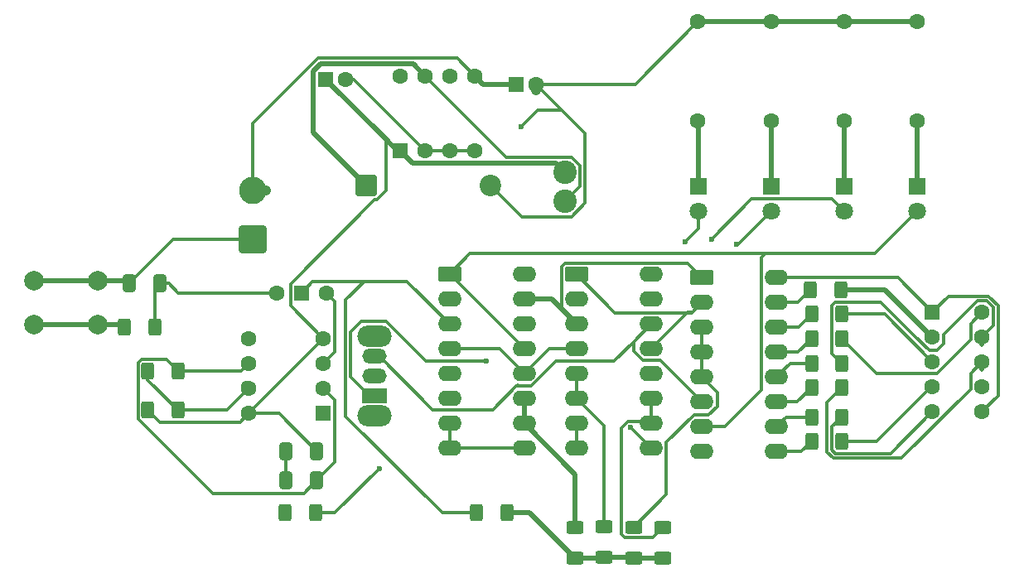
<source format=gbr>
%TF.GenerationSoftware,KiCad,Pcbnew,9.0.3*%
%TF.CreationDate,2025-12-16T09:59:01+01:00*%
%TF.ProjectId,PTP_Darijo_Matesic_Project1,5054505f-4461-4726-996a-6f5f4d617465,rev?*%
%TF.SameCoordinates,Original*%
%TF.FileFunction,Copper,L1,Top*%
%TF.FilePolarity,Positive*%
%FSLAX46Y46*%
G04 Gerber Fmt 4.6, Leading zero omitted, Abs format (unit mm)*
G04 Created by KiCad (PCBNEW 9.0.3) date 2025-12-16 09:59:01*
%MOMM*%
%LPD*%
G01*
G04 APERTURE LIST*
G04 Aperture macros list*
%AMRoundRect*
0 Rectangle with rounded corners*
0 $1 Rounding radius*
0 $2 $3 $4 $5 $6 $7 $8 $9 X,Y pos of 4 corners*
0 Add a 4 corners polygon primitive as box body*
4,1,4,$2,$3,$4,$5,$6,$7,$8,$9,$2,$3,0*
0 Add four circle primitives for the rounded corners*
1,1,$1+$1,$2,$3*
1,1,$1+$1,$4,$5*
1,1,$1+$1,$6,$7*
1,1,$1+$1,$8,$9*
0 Add four rect primitives between the rounded corners*
20,1,$1+$1,$2,$3,$4,$5,0*
20,1,$1+$1,$4,$5,$6,$7,0*
20,1,$1+$1,$6,$7,$8,$9,0*
20,1,$1+$1,$8,$9,$2,$3,0*%
G04 Aperture macros list end*
%TA.AperFunction,ComponentPad*%
%ADD10O,2.400000X1.600000*%
%TD*%
%TA.AperFunction,ComponentPad*%
%ADD11RoundRect,0.250000X-0.950000X-0.550000X0.950000X-0.550000X0.950000X0.550000X-0.950000X0.550000X0*%
%TD*%
%TA.AperFunction,SMDPad,CuDef*%
%ADD12RoundRect,0.250000X0.400000X0.625000X-0.400000X0.625000X-0.400000X-0.625000X0.400000X-0.625000X0*%
%TD*%
%TA.AperFunction,SMDPad,CuDef*%
%ADD13RoundRect,0.250000X-0.412500X-0.650000X0.412500X-0.650000X0.412500X0.650000X-0.412500X0.650000X0*%
%TD*%
%TA.AperFunction,SMDPad,CuDef*%
%ADD14RoundRect,0.250000X-0.400000X-0.625000X0.400000X-0.625000X0.400000X0.625000X-0.400000X0.625000X0*%
%TD*%
%TA.AperFunction,ComponentPad*%
%ADD15RoundRect,0.250001X1.149999X-1.149999X1.149999X1.149999X-1.149999X1.149999X-1.149999X-1.149999X0*%
%TD*%
%TA.AperFunction,ComponentPad*%
%ADD16C,2.800000*%
%TD*%
%TA.AperFunction,ComponentPad*%
%ADD17R,1.800000X1.800000*%
%TD*%
%TA.AperFunction,ComponentPad*%
%ADD18C,1.800000*%
%TD*%
%TA.AperFunction,ComponentPad*%
%ADD19RoundRect,0.250000X-0.550000X-0.550000X0.550000X-0.550000X0.550000X0.550000X-0.550000X0.550000X0*%
%TD*%
%TA.AperFunction,ComponentPad*%
%ADD20C,1.600000*%
%TD*%
%TA.AperFunction,ComponentPad*%
%ADD21RoundRect,0.250000X0.550000X-0.550000X0.550000X0.550000X-0.550000X0.550000X-0.550000X-0.550000X0*%
%TD*%
%TA.AperFunction,ComponentPad*%
%ADD22RoundRect,0.249999X-0.850001X-0.850001X0.850001X-0.850001X0.850001X0.850001X-0.850001X0.850001X0*%
%TD*%
%TA.AperFunction,ComponentPad*%
%ADD23C,2.200000*%
%TD*%
%TA.AperFunction,SMDPad,CuDef*%
%ADD24RoundRect,0.250000X0.412500X0.650000X-0.412500X0.650000X-0.412500X-0.650000X0.412500X-0.650000X0*%
%TD*%
%TA.AperFunction,SMDPad,CuDef*%
%ADD25RoundRect,0.250000X0.625000X-0.400000X0.625000X0.400000X-0.625000X0.400000X-0.625000X-0.400000X0*%
%TD*%
%TA.AperFunction,ComponentPad*%
%ADD26C,2.000000*%
%TD*%
%TA.AperFunction,ComponentPad*%
%ADD27O,3.500000X2.200000*%
%TD*%
%TA.AperFunction,ComponentPad*%
%ADD28R,2.500000X1.500000*%
%TD*%
%TA.AperFunction,ComponentPad*%
%ADD29O,2.500000X1.500000*%
%TD*%
%TA.AperFunction,ComponentPad*%
%ADD30R,1.600000X1.600000*%
%TD*%
%TA.AperFunction,ComponentPad*%
%ADD31RoundRect,0.250000X0.550000X0.550000X-0.550000X0.550000X-0.550000X-0.550000X0.550000X-0.550000X0*%
%TD*%
%TA.AperFunction,ComponentPad*%
%ADD32C,2.400000*%
%TD*%
%TA.AperFunction,ComponentPad*%
%ADD33R,1.500000X1.500000*%
%TD*%
%TA.AperFunction,ViaPad*%
%ADD34C,0.600000*%
%TD*%
%TA.AperFunction,Conductor*%
%ADD35C,0.300000*%
%TD*%
%TA.AperFunction,Conductor*%
%ADD36C,0.500000*%
%TD*%
%TA.AperFunction,Conductor*%
%ADD37C,1.000000*%
%TD*%
G04 APERTURE END LIST*
D10*
%TO.P,U4,16,VDD*%
%TO.N,+5V*%
X123810000Y-51110000D03*
%TO.P,U4,15,Q*%
%TO.N,Q1*%
X123810000Y-53650000D03*
%TO.P,U4,14,~{Q}*%
%TO.N,unconnected-(U4B-~{Q}-Pad14)*%
X123810000Y-56190000D03*
%TO.P,U4,13,C*%
%TO.N,Q0*%
X123810000Y-58730000D03*
%TO.P,U4,12,R*%
%TO.N,RESET*%
X123810000Y-61270000D03*
%TO.P,U4,11,K*%
%TO.N,Net-(U4B-J)*%
X123810000Y-63810000D03*
%TO.P,U4,10,J*%
X123810000Y-66350000D03*
%TO.P,U4,9,S*%
%TO.N,GND*%
X123810000Y-68890000D03*
%TO.P,U4,8,VSS*%
X116190000Y-68890000D03*
%TO.P,U4,7,S*%
X116190000Y-66350000D03*
%TO.P,U4,6,J*%
%TO.N,Net-(U4A-J)*%
X116190000Y-63810000D03*
%TO.P,U4,5,K*%
X116190000Y-61270000D03*
%TO.P,U4,4,R*%
%TO.N,RESET*%
X116190000Y-58730000D03*
%TO.P,U4,3,C*%
%TO.N,CLOCK*%
X116190000Y-56190000D03*
%TO.P,U4,2,~{Q}*%
%TO.N,unconnected-(U4A-~{Q}-Pad2)*%
X116190000Y-53650000D03*
D11*
%TO.P,U4,1,Q*%
%TO.N,Q0*%
X116190000Y-51110000D03*
%TD*%
D12*
%TO.P,R3,1*%
%TO.N,+5V*%
X122050000Y-75500000D03*
%TO.P,R3,2*%
%TO.N,CLOCK*%
X118950000Y-75500000D03*
%TD*%
D13*
%TO.P,C4,1*%
%TO.N,GND*%
X83437500Y-52000000D03*
%TO.P,C4,2*%
%TO.N,Net-(SW2-A)*%
X86562500Y-52000000D03*
%TD*%
D14*
%TO.P,R15,1*%
%TO.N,Net-(U6-b)*%
X153190000Y-60190000D03*
%TO.P,R15,2*%
%TO.N,Net-(U7-B)*%
X156290000Y-60190000D03*
%TD*%
D15*
%TO.P,J1,1,Pin_1*%
%TO.N,GND*%
X96117500Y-47500000D03*
D16*
%TO.P,J1,2,Pin_2*%
%TO.N,VDD*%
X96117500Y-42500000D03*
%TD*%
D17*
%TO.P,D5,1,K*%
%TO.N,Net-(D5-K)*%
X141590000Y-42125000D03*
D18*
%TO.P,D5,2,A*%
%TO.N,Q3*%
X141590000Y-44665000D03*
%TD*%
D19*
%TO.P,C2,1*%
%TO.N,VDD*%
X123000000Y-31665000D03*
D20*
%TO.P,C2,2*%
%TO.N,GND*%
X125000000Y-31665000D03*
%TD*%
D21*
%TO.P,U1,1,FB*%
%TO.N,+5V*%
X111190000Y-38470000D03*
D20*
%TO.P,U1,2,SGND*%
%TO.N,GND*%
X113730000Y-38470000D03*
%TO.P,U1,3,~{ON}/OFF*%
X116270000Y-38470000D03*
%TO.P,U1,4,PGND*%
X118810000Y-38470000D03*
%TO.P,U1,5,VIN*%
%TO.N,VDD*%
X118810000Y-30850000D03*
%TO.P,U1,6,NC*%
%TO.N,unconnected-(U1-NC-Pad6)*%
X116270000Y-30850000D03*
%TO.P,U1,7,OUT*%
%TO.N,Net-(D1-K)*%
X113730000Y-30850000D03*
%TO.P,U1,8,NC*%
%TO.N,unconnected-(U1-NC-Pad8)*%
X111190000Y-30850000D03*
%TD*%
D14*
%TO.P,R1,1*%
%TO.N,+5V*%
X85370000Y-65000000D03*
%TO.P,R1,2*%
%TO.N,Net-(U2-DIS)*%
X88470000Y-65000000D03*
%TD*%
D20*
%TO.P,R6,1*%
%TO.N,Net-(D3-K)*%
X156560000Y-35450000D03*
%TO.P,R6,2*%
%TO.N,GND*%
X156560000Y-25290000D03*
%TD*%
D22*
%TO.P,D1,1,K*%
%TO.N,Net-(D1-K)*%
X107650000Y-42000000D03*
D23*
%TO.P,D1,2,A*%
%TO.N,GND*%
X120350000Y-42000000D03*
%TD*%
D17*
%TO.P,D3,1,K*%
%TO.N,Net-(D3-K)*%
X156530000Y-42125000D03*
D18*
%TO.P,D3,2,A*%
%TO.N,Q1*%
X156530000Y-44665000D03*
%TD*%
D14*
%TO.P,R20,1*%
%TO.N,Net-(U6-g)*%
X153190000Y-55190000D03*
%TO.P,R20,2*%
%TO.N,Net-(U7-G)*%
X156290000Y-55190000D03*
%TD*%
D24*
%TO.P,C5,1*%
%TO.N,Net-(U2-THR)*%
X102625000Y-72170000D03*
%TO.P,C5,2*%
%TO.N,GND*%
X99500000Y-72170000D03*
%TD*%
D25*
%TO.P,R10,1*%
%TO.N,+5V*%
X129000000Y-80100000D03*
%TO.P,R10,2*%
%TO.N,Net-(U4B-J)*%
X129000000Y-77000000D03*
%TD*%
D20*
%TO.P,R7,1*%
%TO.N,Net-(D4-K)*%
X149060000Y-35450000D03*
%TO.P,R7,2*%
%TO.N,GND*%
X149060000Y-25290000D03*
%TD*%
D14*
%TO.P,R9,1*%
%TO.N,+5V*%
X99387500Y-75500000D03*
%TO.P,R9,2*%
%TO.N,Net-(U4A-J)*%
X102487500Y-75500000D03*
%TD*%
D20*
%TO.P,R8,1*%
%TO.N,Net-(D5-K)*%
X141560000Y-35450000D03*
%TO.P,R8,2*%
%TO.N,GND*%
X141560000Y-25290000D03*
%TD*%
D26*
%TO.P,SW1,1,1*%
%TO.N,GND*%
X73750000Y-51750000D03*
X80250000Y-51750000D03*
%TO.P,SW1,2,2*%
%TO.N,Net-(R4-Pad1)*%
X73750000Y-56250000D03*
X80250000Y-56250000D03*
%TD*%
D14*
%TO.P,R19,1*%
%TO.N,Net-(U6-f)*%
X153090000Y-52690000D03*
%TO.P,R19,2*%
%TO.N,Net-(U7-F)*%
X156190000Y-52690000D03*
%TD*%
D27*
%TO.P,U3,*%
%TO.N,*%
X108500000Y-65600000D03*
X108500000Y-57400000D03*
D28*
%TO.P,U3,1,A*%
%TO.N,Q1*%
X108500000Y-63500000D03*
D29*
%TO.P,U3,2,GND*%
%TO.N,GND*%
X108500000Y-61500000D03*
%TO.P,U3,3,B*%
%TO.N,Q3*%
X108500000Y-59500000D03*
%TD*%
D30*
%TO.P,U7,1,CA*%
%TO.N,+5V*%
X165532500Y-54982500D03*
D20*
%TO.P,U7,2,F*%
%TO.N,Net-(U7-F)*%
X165532500Y-57522500D03*
%TO.P,U7,3,G*%
%TO.N,Net-(U7-G)*%
X165532500Y-60062500D03*
%TO.P,U7,4,E*%
%TO.N,Net-(U7-E)*%
X165532500Y-62602500D03*
%TO.P,U7,5,D*%
%TO.N,Net-(U7-D)*%
X165532500Y-65142500D03*
%TO.P,U7,6,CA*%
%TO.N,+5V*%
X170612500Y-65142500D03*
%TO.P,U7,7,DP*%
%TO.N,unconnected-(U7-DP-Pad7)*%
X170612500Y-62602500D03*
%TO.P,U7,8,C*%
%TO.N,Net-(U7-C)*%
X170612500Y-60062500D03*
%TO.P,U7,9,B*%
%TO.N,Net-(U7-B)*%
X170612500Y-57522500D03*
%TO.P,U7,10,A*%
%TO.N,Net-(U7-A)*%
X170612500Y-54982500D03*
%TD*%
D14*
%TO.P,R16,1*%
%TO.N,Net-(U6-c)*%
X153190000Y-62690000D03*
%TO.P,R16,2*%
%TO.N,Net-(U7-C)*%
X156290000Y-62690000D03*
%TD*%
%TO.P,R17,1*%
%TO.N,Net-(U6-d)*%
X153190000Y-65690000D03*
%TO.P,R17,2*%
%TO.N,Net-(U7-D)*%
X156290000Y-65690000D03*
%TD*%
D19*
%TO.P,C1,1*%
%TO.N,+5V*%
X103544888Y-31165000D03*
D20*
%TO.P,C1,2*%
%TO.N,GND*%
X105544888Y-31165000D03*
%TD*%
D31*
%TO.P,U2,1,GND*%
%TO.N,GND*%
X103305000Y-65310000D03*
D20*
%TO.P,U2,2,TR*%
%TO.N,Net-(U2-THR)*%
X103305000Y-62770000D03*
%TO.P,U2,3,Q*%
%TO.N,555*%
X103305000Y-60230000D03*
%TO.P,U2,4,R*%
%TO.N,+5V*%
X103305000Y-57690000D03*
%TO.P,U2,5,CV*%
%TO.N,unconnected-(U2-CV-Pad5)*%
X95685000Y-57690000D03*
%TO.P,U2,6,THR*%
%TO.N,Net-(U2-THR)*%
X95685000Y-60230000D03*
%TO.P,U2,7,DIS*%
%TO.N,Net-(U2-DIS)*%
X95685000Y-62770000D03*
%TO.P,U2,8,VCC*%
%TO.N,+5V*%
X95685000Y-65310000D03*
%TD*%
D25*
%TO.P,R13,1*%
%TO.N,+5V*%
X135000000Y-80100000D03*
%TO.P,R13,2*%
%TO.N,Net-(U6-BI)*%
X135000000Y-77000000D03*
%TD*%
D24*
%TO.P,C3,1*%
%TO.N,+5V*%
X102625000Y-69170000D03*
%TO.P,C3,2*%
%TO.N,GND*%
X99500000Y-69170000D03*
%TD*%
D17*
%TO.P,D4,1,K*%
%TO.N,Net-(D4-K)*%
X149060000Y-42125000D03*
D18*
%TO.P,D4,2,A*%
%TO.N,Q2*%
X149060000Y-44665000D03*
%TD*%
D25*
%TO.P,R12,1*%
%TO.N,+5V*%
X138000000Y-80100000D03*
%TO.P,R12,2*%
%TO.N,Net-(U5B-J)*%
X138000000Y-77000000D03*
%TD*%
D32*
%TO.P,L1,1,1*%
%TO.N,Net-(D1-K)*%
X128000000Y-43665000D03*
%TO.P,L1,2,2*%
%TO.N,+5V*%
X128000000Y-40665000D03*
%TD*%
D14*
%TO.P,R18,1*%
%TO.N,Net-(U6-e)*%
X153190000Y-68190000D03*
%TO.P,R18,2*%
%TO.N,Net-(U7-E)*%
X156290000Y-68190000D03*
%TD*%
%TO.P,R14,1*%
%TO.N,Net-(U6-a)*%
X153190000Y-57690000D03*
%TO.P,R14,2*%
%TO.N,Net-(U7-A)*%
X156290000Y-57690000D03*
%TD*%
%TO.P,R4,1*%
%TO.N,Net-(R4-Pad1)*%
X82950000Y-56500000D03*
%TO.P,R4,2*%
%TO.N,Net-(SW2-A)*%
X86050000Y-56500000D03*
%TD*%
D17*
%TO.P,D2,1,K*%
%TO.N,Net-(D2-K)*%
X164000000Y-42125000D03*
D18*
%TO.P,D2,2,A*%
%TO.N,Q0*%
X164000000Y-44665000D03*
%TD*%
D11*
%TO.P,U6,1,B*%
%TO.N,Q1*%
X142000000Y-51460000D03*
D10*
%TO.P,U6,2,C*%
%TO.N,Q2*%
X142000000Y-54000000D03*
%TO.P,U6,3,LT*%
%TO.N,Net-(U6-BI)*%
X142000000Y-56540000D03*
%TO.P,U6,4,BI*%
X142000000Y-59080000D03*
%TO.P,U6,5,RBI*%
X142000000Y-61620000D03*
%TO.P,U6,6,D*%
%TO.N,Q3*%
X142000000Y-64160000D03*
%TO.P,U6,7,A*%
%TO.N,Q0*%
X142000000Y-66700000D03*
%TO.P,U6,8,GND*%
%TO.N,GND*%
X142000000Y-69240000D03*
%TO.P,U6,9,e*%
%TO.N,Net-(U6-e)*%
X149620000Y-69240000D03*
%TO.P,U6,10,d*%
%TO.N,Net-(U6-d)*%
X149620000Y-66700000D03*
%TO.P,U6,11,c*%
%TO.N,Net-(U6-c)*%
X149620000Y-64160000D03*
%TO.P,U6,12,b*%
%TO.N,Net-(U6-b)*%
X149620000Y-61620000D03*
%TO.P,U6,13,a*%
%TO.N,Net-(U6-a)*%
X149620000Y-59080000D03*
%TO.P,U6,14,g*%
%TO.N,Net-(U6-g)*%
X149620000Y-56540000D03*
%TO.P,U6,15,f*%
%TO.N,Net-(U6-f)*%
X149620000Y-54000000D03*
%TO.P,U6,16,VCC*%
%TO.N,+5V*%
X149620000Y-51460000D03*
%TD*%
D11*
%TO.P,U5,1,Q*%
%TO.N,Q2*%
X129190000Y-51110000D03*
D10*
%TO.P,U5,2,~{Q}*%
%TO.N,unconnected-(U5A-~{Q}-Pad2)*%
X129190000Y-53650000D03*
%TO.P,U5,3,C*%
%TO.N,Q1*%
X129190000Y-56190000D03*
%TO.P,U5,4,R*%
%TO.N,RESET*%
X129190000Y-58730000D03*
%TO.P,U5,5,K*%
%TO.N,Net-(U5A-J)*%
X129190000Y-61270000D03*
%TO.P,U5,6,J*%
X129190000Y-63810000D03*
%TO.P,U5,7,S*%
%TO.N,GND*%
X129190000Y-66350000D03*
%TO.P,U5,8,VSS*%
X129190000Y-68890000D03*
%TO.P,U5,9,S*%
%TO.N,RESET*%
X136810000Y-68890000D03*
%TO.P,U5,10,J*%
%TO.N,Net-(U5B-J)*%
X136810000Y-66350000D03*
%TO.P,U5,11,K*%
X136810000Y-63810000D03*
%TO.P,U5,12,R*%
%TO.N,GND*%
X136810000Y-61270000D03*
%TO.P,U5,13,C*%
%TO.N,Q2*%
X136810000Y-58730000D03*
%TO.P,U5,14,~{Q}*%
%TO.N,Q3*%
X136810000Y-56190000D03*
%TO.P,U5,15,Q*%
%TO.N,unconnected-(U5B-Q-Pad15)*%
X136810000Y-53650000D03*
%TO.P,U5,16,VDD*%
%TO.N,+5V*%
X136810000Y-51110000D03*
%TD*%
D20*
%TO.P,R5,1*%
%TO.N,Net-(D2-K)*%
X164000000Y-35450000D03*
%TO.P,R5,2*%
%TO.N,GND*%
X164000000Y-25290000D03*
%TD*%
D25*
%TO.P,R11,1*%
%TO.N,+5V*%
X132000000Y-80000000D03*
%TO.P,R11,2*%
%TO.N,Net-(U5A-J)*%
X132000000Y-76900000D03*
%TD*%
D14*
%TO.P,R2,1*%
%TO.N,Net-(U2-DIS)*%
X85370000Y-61000000D03*
%TO.P,R2,2*%
%TO.N,Net-(U2-THR)*%
X88470000Y-61000000D03*
%TD*%
D33*
%TO.P,SW2,1,B*%
%TO.N,CLOCK*%
X101040000Y-53000000D03*
D20*
%TO.P,SW2,2,C*%
%TO.N,555*%
X103580000Y-53000000D03*
%TO.P,SW2,3,A*%
%TO.N,Net-(SW2-A)*%
X98500000Y-53000000D03*
%TD*%
D34*
%TO.N,GND*%
X123500000Y-36000000D03*
%TO.N,Q1*%
X143000000Y-47500000D03*
%TO.N,Q2*%
X145500000Y-48000000D03*
%TO.N,Q3*%
X140250000Y-47750000D03*
%TO.N,RESET*%
X134710000Y-66790000D03*
%TO.N,Q1*%
X119981000Y-59981000D03*
%TO.N,Net-(U4A-J)*%
X109000000Y-71000000D03*
%TD*%
D35*
%TO.N,GND*%
X96117500Y-47500000D02*
X87937500Y-47500000D01*
X87937500Y-47500000D02*
X83437500Y-52000000D01*
%TO.N,Net-(SW2-A)*%
X88500000Y-53000000D02*
X98500000Y-53000000D01*
X87500000Y-52000000D02*
X88500000Y-53000000D01*
X86562500Y-52000000D02*
X87500000Y-52000000D01*
X86050000Y-52512500D02*
X86562500Y-52000000D01*
X86050000Y-56500000D02*
X86050000Y-52512500D01*
%TO.N,GND*%
X99500000Y-72170000D02*
X99500000Y-69170000D01*
%TO.N,Net-(U2-THR)*%
X84369000Y-65880870D02*
X84369000Y-60119130D01*
X87244000Y-59774000D02*
X88470000Y-61000000D01*
X101295000Y-73500000D02*
X91988130Y-73500000D01*
X84369000Y-60119130D02*
X84714130Y-59774000D01*
X102625000Y-72170000D02*
X101295000Y-73500000D01*
X91988130Y-73500000D02*
X84369000Y-65880870D01*
X84714130Y-59774000D02*
X87244000Y-59774000D01*
X104456000Y-63921000D02*
X103305000Y-62770000D01*
X104456000Y-70339000D02*
X104456000Y-63921000D01*
X102625000Y-72170000D02*
X104456000Y-70339000D01*
%TO.N,Net-(U6-b)*%
X151050000Y-60190000D02*
X149620000Y-61620000D01*
X153190000Y-60190000D02*
X151050000Y-60190000D01*
%TO.N,Net-(U6-c)*%
X151720000Y-64160000D02*
X153190000Y-62690000D01*
X149620000Y-64160000D02*
X151720000Y-64160000D01*
%TO.N,Net-(U6-d)*%
X150630000Y-65690000D02*
X149620000Y-66700000D01*
X153190000Y-65690000D02*
X150630000Y-65690000D01*
%TO.N,Net-(U6-e)*%
X152140000Y-69240000D02*
X153190000Y-68190000D01*
X149620000Y-69240000D02*
X152140000Y-69240000D01*
%TO.N,Net-(U7-C)*%
X169461500Y-61213500D02*
X170612500Y-60062500D01*
X169461500Y-62841260D02*
X169461500Y-61213500D01*
X162385760Y-69917000D02*
X169461500Y-62841260D01*
X155426610Y-69917000D02*
X162385760Y-69917000D01*
X154788000Y-64192000D02*
X154788000Y-69278391D01*
X156290000Y-62690000D02*
X154788000Y-64192000D01*
X154788000Y-69278391D02*
X155426610Y-69917000D01*
%TO.N,Net-(U7-D)*%
X161259000Y-69416000D02*
X165532500Y-65142500D01*
X155634130Y-69416000D02*
X161259000Y-69416000D01*
X155289000Y-69070870D02*
X155634130Y-69416000D01*
X156290000Y-65690000D02*
X155289000Y-66691000D01*
X155289000Y-66691000D02*
X155289000Y-69070870D01*
%TO.N,Net-(U7-E)*%
X159810000Y-68190000D02*
X156290000Y-68190000D01*
X165397500Y-62602500D02*
X159810000Y-68190000D01*
X165532500Y-62602500D02*
X165397500Y-62602500D01*
%TO.N,Net-(U7-A)*%
X169461500Y-57761260D02*
X169461500Y-56133500D01*
X166009260Y-61213500D02*
X169461500Y-57761260D01*
X159813500Y-61213500D02*
X166009260Y-61213500D01*
X156290000Y-57690000D02*
X159813500Y-61213500D01*
X169461500Y-56133500D02*
X170612500Y-54982500D01*
%TO.N,Net-(U7-G)*%
X160660000Y-55190000D02*
X165532500Y-60062500D01*
X156290000Y-55190000D02*
X160660000Y-55190000D01*
%TO.N,Net-(U7-B)*%
X163659971Y-57340029D02*
X160283942Y-53964000D01*
%TO.N,CLOCK*%
X105600000Y-65648130D02*
X105600000Y-53749000D01*
X105600000Y-53749000D02*
X107500000Y-51849000D01*
X118950000Y-75500000D02*
X115451870Y-75500000D01*
X115451870Y-75500000D02*
X105600000Y-65648130D01*
X102191000Y-51849000D02*
X107500000Y-51849000D01*
X107500000Y-51849000D02*
X111849000Y-51849000D01*
X111849000Y-51849000D02*
X116190000Y-56190000D01*
X101040000Y-53000000D02*
X102191000Y-51849000D01*
%TO.N,555*%
X104456000Y-53876000D02*
X104456000Y-59079000D01*
X103580000Y-53000000D02*
X104456000Y-53876000D01*
X104456000Y-59079000D02*
X103305000Y-60230000D01*
%TO.N,+5V*%
X98765000Y-65310000D02*
X95685000Y-65310000D01*
X102625000Y-69170000D02*
X98765000Y-65310000D01*
X103305000Y-57690000D02*
X95685000Y-65310000D01*
X94769000Y-66226000D02*
X95685000Y-65310000D01*
X86596000Y-66226000D02*
X94769000Y-66226000D01*
X85370000Y-65000000D02*
X86596000Y-66226000D01*
%TO.N,Net-(U2-DIS)*%
X85370000Y-61000000D02*
X85370000Y-61900000D01*
X85370000Y-61900000D02*
X88470000Y-65000000D01*
X93455000Y-65000000D02*
X95685000Y-62770000D01*
X88470000Y-65000000D02*
X93455000Y-65000000D01*
%TO.N,Net-(U2-THR)*%
X94915000Y-61000000D02*
X95685000Y-60230000D01*
X88470000Y-61000000D02*
X94915000Y-61000000D01*
%TO.N,+5V*%
X99939000Y-52061000D02*
X108549000Y-43451000D01*
X108549000Y-43451000D02*
X108755870Y-43451000D01*
X99939000Y-54324000D02*
X99939000Y-52061000D01*
X109689944Y-42516926D02*
X109689944Y-37310056D01*
X103305000Y-57690000D02*
X99939000Y-54324000D01*
D36*
X109689944Y-37310056D02*
X103544888Y-31165000D01*
D35*
X108755870Y-43451000D02*
X109689944Y-42516926D01*
%TO.N,GND*%
X129190000Y-66350000D02*
X129190000Y-68890000D01*
X123810000Y-68890000D02*
X116190000Y-68890000D01*
X116190000Y-66350000D02*
X116190000Y-68890000D01*
%TO.N,Net-(U5B-J)*%
X134440346Y-66139000D02*
X136599000Y-66139000D01*
X136599000Y-66139000D02*
X136810000Y-66350000D01*
X133774000Y-66805346D02*
X134440346Y-66139000D01*
X134119130Y-78001000D02*
X133774000Y-77655870D01*
X136999000Y-78001000D02*
X134119130Y-78001000D01*
X133774000Y-77655870D02*
X133774000Y-66805346D01*
X138000000Y-77000000D02*
X136999000Y-78001000D01*
%TO.N,RESET*%
X134710000Y-66790000D02*
X136810000Y-68890000D01*
%TO.N,GND*%
X125167500Y-34332500D02*
X123500000Y-36000000D01*
X127667500Y-34332500D02*
X125167500Y-34332500D01*
X130052000Y-36717000D02*
X127667500Y-34332500D01*
X130052000Y-43806446D02*
X130052000Y-36717000D01*
X128642446Y-45216000D02*
X130052000Y-43806446D01*
X127667500Y-34332500D02*
X125000000Y-31665000D01*
X123566000Y-45216000D02*
X128642446Y-45216000D01*
X120350000Y-42000000D02*
X123566000Y-45216000D01*
X106425000Y-31165000D02*
X105544888Y-31165000D01*
X113730000Y-38470000D02*
X106425000Y-31165000D01*
X118810000Y-38470000D02*
X113730000Y-38470000D01*
X135185000Y-31665000D02*
X141560000Y-25290000D01*
X125000000Y-31665000D02*
X135185000Y-31665000D01*
%TO.N,VDD*%
X102763654Y-28998000D02*
X96117500Y-35644154D01*
X116958000Y-28998000D02*
X102763654Y-28998000D01*
X96117500Y-35644154D02*
X96117500Y-42500000D01*
X118810000Y-30850000D02*
X116958000Y-28998000D01*
%TO.N,Net-(U6-a)*%
X151800000Y-59080000D02*
X153190000Y-57690000D01*
X149620000Y-59080000D02*
X151800000Y-59080000D01*
%TO.N,Net-(U6-g)*%
X151840000Y-56540000D02*
X153190000Y-55190000D01*
X149620000Y-56540000D02*
X151840000Y-56540000D01*
%TO.N,Net-(U6-f)*%
X151780000Y-54000000D02*
X153090000Y-52690000D01*
X149620000Y-54000000D02*
X151780000Y-54000000D01*
%TO.N,+5V*%
X162010000Y-51460000D02*
X149620000Y-51460000D01*
X165532500Y-54982500D02*
X162010000Y-51460000D01*
%TO.N,Q1*%
X147086000Y-43414000D02*
X143000000Y-47500000D01*
X155279000Y-43414000D02*
X147086000Y-43414000D01*
X156530000Y-44665000D02*
X155279000Y-43414000D01*
%TO.N,Q2*%
X145725000Y-48000000D02*
X145500000Y-48000000D01*
X149060000Y-44665000D02*
X145725000Y-48000000D01*
%TO.N,Q3*%
X141590000Y-46410000D02*
X140250000Y-47750000D01*
X141590000Y-44665000D02*
X141590000Y-46410000D01*
%TO.N,Net-(D1-K)*%
X129551000Y-42114000D02*
X128000000Y-43665000D01*
X129551000Y-40022554D02*
X129551000Y-42114000D01*
X121994000Y-39114000D02*
X128642446Y-39114000D01*
X113730000Y-30850000D02*
X121994000Y-39114000D01*
X128642446Y-39114000D02*
X129551000Y-40022554D01*
%TO.N,Net-(U6-BI)*%
X138361000Y-68311240D02*
X138361000Y-73639000D01*
X141172240Y-65500000D02*
X138361000Y-68311240D01*
X142687760Y-65500000D02*
X141172240Y-65500000D01*
X143551000Y-64636760D02*
X142687760Y-65500000D01*
X143551000Y-63171000D02*
X143551000Y-64636760D01*
X142000000Y-61620000D02*
X143551000Y-63171000D01*
X138361000Y-73639000D02*
X135000000Y-77000000D01*
%TO.N,Q0*%
X148500000Y-49000000D02*
X149000000Y-49000000D01*
X144300000Y-66700000D02*
X148069000Y-62931000D01*
X148069000Y-49431000D02*
X148500000Y-49000000D01*
X142000000Y-66700000D02*
X144300000Y-66700000D01*
X148069000Y-62931000D02*
X148069000Y-49431000D01*
%TO.N,Net-(U5B-J)*%
X136810000Y-63810000D02*
X136810000Y-66350000D01*
%TO.N,Q1*%
X140499000Y-49959000D02*
X142000000Y-51460000D01*
X127984130Y-49959000D02*
X140499000Y-49959000D01*
X127639000Y-54639000D02*
X127639000Y-50304130D01*
X129190000Y-56190000D02*
X127639000Y-54639000D01*
X127639000Y-50304130D02*
X127984130Y-49959000D01*
%TO.N,Q0*%
X116190000Y-51110000D02*
X123810000Y-58730000D01*
X149000000Y-49000000D02*
X118300000Y-49000000D01*
X149000000Y-49000000D02*
X159665000Y-49000000D01*
X118300000Y-49000000D02*
X116190000Y-51110000D01*
X159665000Y-49000000D02*
X164000000Y-44665000D01*
%TO.N,Net-(U6-BI)*%
X142000000Y-56540000D02*
X142000000Y-61620000D01*
%TO.N,Q3*%
X135933240Y-59881000D02*
X135000000Y-58947760D01*
X135000000Y-58000000D02*
X136810000Y-56190000D01*
X142000000Y-64160000D02*
X137721000Y-59881000D01*
X137721000Y-59881000D02*
X135933240Y-59881000D01*
X135000000Y-58947760D02*
X135000000Y-58000000D01*
%TO.N,Q2*%
X140540000Y-55000000D02*
X141000000Y-55000000D01*
X141000000Y-55000000D02*
X142000000Y-54000000D01*
X136810000Y-58730000D02*
X140540000Y-55000000D01*
X140961000Y-55039000D02*
X141000000Y-55000000D01*
X133119000Y-55039000D02*
X140961000Y-55039000D01*
X129190000Y-51110000D02*
X133119000Y-55039000D01*
%TO.N,Q3*%
X133000000Y-60000000D02*
X135000000Y-58000000D01*
X124561640Y-62546120D02*
X127107760Y-60000000D01*
X127107760Y-60000000D02*
X133000000Y-60000000D01*
X123046120Y-62546120D02*
X124561640Y-62546120D01*
X123046120Y-62546120D02*
X123171240Y-62421000D01*
%TO.N,Net-(U5A-J)*%
X132000000Y-66620000D02*
X132000000Y-76900000D01*
X129190000Y-63810000D02*
X132000000Y-66620000D01*
X129190000Y-61270000D02*
X129190000Y-63810000D01*
%TO.N,RESET*%
X126350000Y-58730000D02*
X123810000Y-61270000D01*
X129190000Y-58730000D02*
X126350000Y-58730000D01*
X121270000Y-58730000D02*
X123810000Y-61270000D01*
X116190000Y-58730000D02*
X121270000Y-58730000D01*
%TO.N,Net-(U4A-J)*%
X104500000Y-75500000D02*
X109000000Y-71000000D01*
X102487500Y-75500000D02*
X104500000Y-75500000D01*
%TO.N,Q3*%
X120631240Y-64961000D02*
X123046120Y-62546120D01*
X109000000Y-59500000D02*
X114461000Y-64961000D01*
X108500000Y-59500000D02*
X109000000Y-59500000D01*
X114461000Y-64961000D02*
X120631240Y-64961000D01*
D36*
X108500000Y-59500000D02*
X109500000Y-59500000D01*
%TO.N,Net-(U4A-J)*%
X116000000Y-63500000D02*
X116190000Y-63310000D01*
X116190000Y-63690000D02*
X116000000Y-63500000D01*
X116190000Y-63810000D02*
X116190000Y-63690000D01*
%TO.N,GND*%
X164000000Y-25290000D02*
X141560000Y-25290000D01*
%TO.N,Net-(U4B-J)*%
X129000000Y-71540000D02*
X129000000Y-77000000D01*
X123810000Y-66350000D02*
X129000000Y-71540000D01*
X123810000Y-66350000D02*
X123810000Y-63810000D01*
D35*
%TO.N,Q1*%
X106101000Y-57000000D02*
X106101000Y-61601000D01*
X106101000Y-61601000D02*
X108000000Y-63500000D01*
X107152000Y-55949000D02*
X106101000Y-57000000D01*
X109751024Y-55949000D02*
X107152000Y-55949000D01*
X108000000Y-63500000D02*
X108500000Y-63500000D01*
X113783024Y-59981000D02*
X109751024Y-55949000D01*
X119981000Y-59981000D02*
X113783024Y-59981000D01*
D36*
X109250819Y-63500000D02*
X108500000Y-63500000D01*
%TO.N,VDD*%
X119625000Y-31665000D02*
X118810000Y-30850000D01*
X123000000Y-31665000D02*
X119625000Y-31665000D01*
%TO.N,+5V*%
X127056000Y-39721000D02*
X112441000Y-39721000D01*
X128000000Y-40665000D02*
X127056000Y-39721000D01*
X112441000Y-39721000D02*
X111190000Y-38470000D01*
%TO.N,Net-(D2-K)*%
X164000000Y-35450000D02*
X164000000Y-42125000D01*
%TO.N,Net-(D3-K)*%
X156530000Y-35480000D02*
X156560000Y-35450000D01*
X156530000Y-42125000D02*
X156530000Y-35480000D01*
%TO.N,Net-(D4-K)*%
X149060000Y-35450000D02*
X149060000Y-42125000D01*
%TO.N,Net-(D5-K)*%
X141590000Y-35480000D02*
X141560000Y-35450000D01*
X141590000Y-42125000D02*
X141590000Y-35480000D01*
%TO.N,Net-(D1-K)*%
X112479000Y-29599000D02*
X113730000Y-30850000D01*
X103012596Y-29599000D02*
X112479000Y-29599000D01*
X102293888Y-30317708D02*
X103012596Y-29599000D01*
X102293888Y-36643888D02*
X102293888Y-30317708D01*
X107650000Y-42000000D02*
X102293888Y-36643888D01*
%TO.N,+5V*%
X110849888Y-38470000D02*
X109689944Y-37310056D01*
X111190000Y-38470000D02*
X110849888Y-38470000D01*
%TO.N,GND*%
X83187500Y-51750000D02*
X83437500Y-52000000D01*
X80250000Y-51750000D02*
X83187500Y-51750000D01*
%TO.N,Net-(R4-Pad1)*%
X80250000Y-56250000D02*
X82700000Y-56250000D01*
X82700000Y-56250000D02*
X82950000Y-56500000D01*
X73750000Y-56250000D02*
X80250000Y-56250000D01*
%TO.N,GND*%
X80250000Y-51750000D02*
X73750000Y-51750000D01*
%TO.N,Q1*%
X126650000Y-53650000D02*
X129190000Y-56190000D01*
X123810000Y-53650000D02*
X126650000Y-53650000D01*
D35*
%TO.N,+5V*%
X172264500Y-54298219D02*
X171296780Y-53330500D01*
X171296780Y-53330500D02*
X167184500Y-53330500D01*
X172264500Y-63490500D02*
X172264500Y-54298219D01*
X167184500Y-53330500D02*
X165532500Y-54982500D01*
X170612500Y-65142500D02*
X172264500Y-63490500D01*
%TO.N,Net-(U7-B)*%
X155289000Y-59189000D02*
X156290000Y-60190000D01*
X155289000Y-54309130D02*
X155289000Y-59189000D01*
X155634130Y-53964000D02*
X155289000Y-54309130D01*
X160283942Y-53964000D02*
X155634130Y-53964000D01*
X165231442Y-58911500D02*
X163659971Y-57340029D01*
X166009260Y-58911500D02*
X165231442Y-58911500D01*
X166683500Y-58237260D02*
X166009260Y-58911500D01*
X166683500Y-57283740D02*
X166683500Y-58237260D01*
X170135740Y-53831500D02*
X166683500Y-57283740D01*
X171089260Y-53831500D02*
X170135740Y-53831500D01*
X171763500Y-54505740D02*
X171089260Y-53831500D01*
X171763500Y-56371500D02*
X171763500Y-54505740D01*
X170612500Y-57522500D02*
X171763500Y-56371500D01*
D37*
%TO.N,GND*%
X80500000Y-52000000D02*
X80250000Y-51750000D01*
X125000000Y-31665000D02*
X125000000Y-32280000D01*
%TO.N,VDD*%
X96117500Y-42500000D02*
X97417265Y-42500000D01*
D36*
%TO.N,+5V*%
X124400000Y-75500000D02*
X129000000Y-80100000D01*
X138000000Y-80100000D02*
X135000000Y-80100000D01*
X132000000Y-80000000D02*
X134900000Y-80000000D01*
X122050000Y-75500000D02*
X124400000Y-75500000D01*
X129000000Y-80100000D02*
X131900000Y-80100000D01*
X134900000Y-80000000D02*
X135000000Y-80100000D01*
X131900000Y-80100000D02*
X132000000Y-80000000D01*
D37*
%TO.N,Net-(U2-DIS)*%
X95415000Y-62500000D02*
X95685000Y-62770000D01*
%TO.N,Net-(R4-Pad1)*%
X80500000Y-56500000D02*
X80250000Y-56250000D01*
%TO.N,Net-(D3-K)*%
X156560000Y-42095000D02*
X156530000Y-42125000D01*
D36*
%TO.N,Net-(U7-F)*%
X160700000Y-52690000D02*
X165532500Y-57522500D01*
X156190000Y-52690000D02*
X160700000Y-52690000D01*
%TO.N,Net-(U7-C)*%
X170612500Y-60833318D02*
X170612500Y-60062500D01*
%TO.N,Net-(U7-B)*%
X170612500Y-58293318D02*
X170612500Y-57522500D01*
%TO.N,Net-(U7-A)*%
X170612500Y-55274410D02*
X170612500Y-54982500D01*
D37*
%TO.N,Net-(D5-K)*%
X141560000Y-42095000D02*
X141590000Y-42125000D01*
%TO.N,Q0*%
X116190000Y-51110000D02*
X116207265Y-51110000D01*
X123810000Y-58712735D02*
X123810000Y-58730000D01*
%TO.N,Q2*%
X136810000Y-58730000D02*
X137270000Y-58730000D01*
X142311844Y-54000000D02*
X142000000Y-54000000D01*
%TD*%
M02*

</source>
